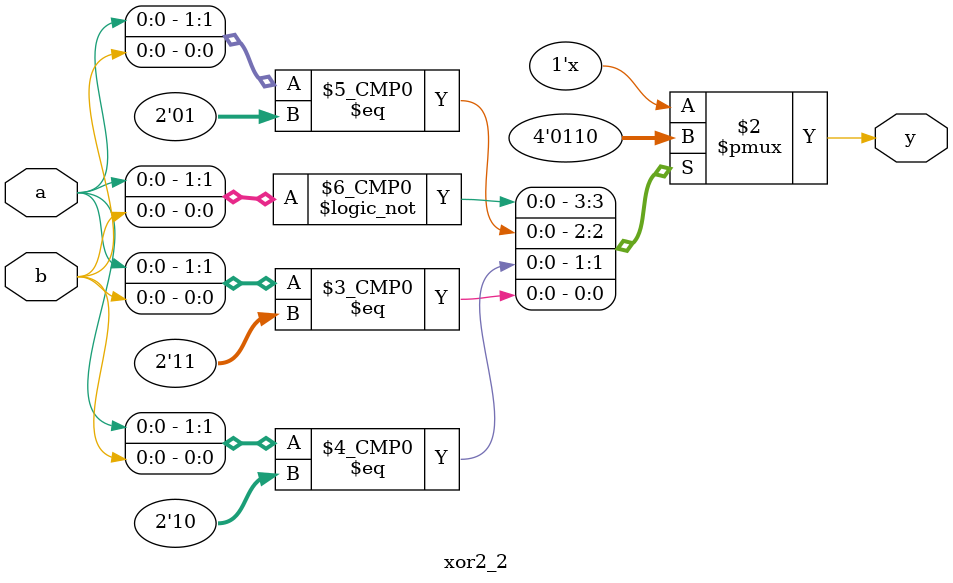
<source format=v>

module xor2_1(y,a,b);
input a,b;
output y;
xor(y,a,b);
endmodule

// 行为描述（case语句）
module xor2_2(y,a,b);
input a,b;
output y;
reg y;
always @(a,b) begin
    case ({a,b})
    2'b00: y <= 0;
    2'b01: y <= 1;
    2'b10: y <= 1;
    2'b11: y <= 0;
    default: y <='bx;
    endcase
end
endmodule


</source>
